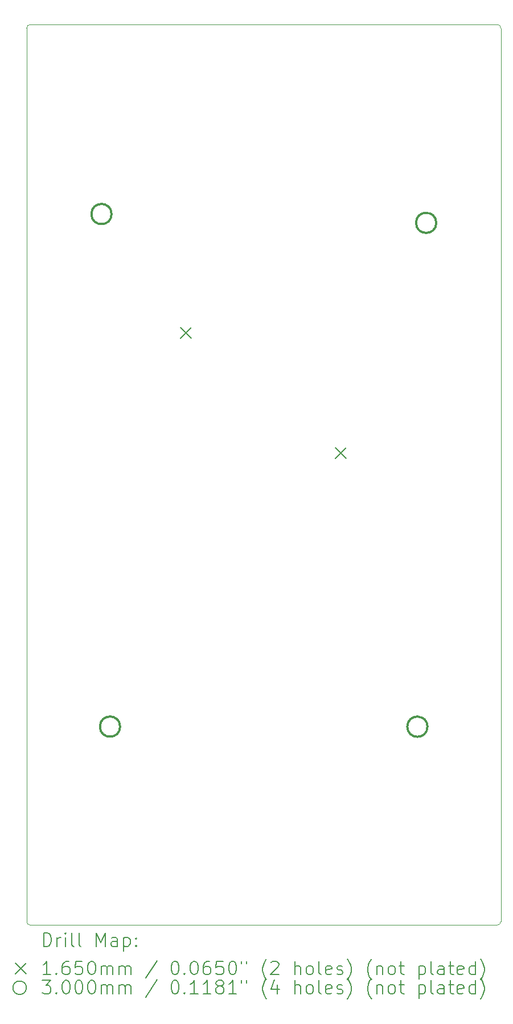
<source format=gbr>
%TF.GenerationSoftware,KiCad,Pcbnew,(6.0.8-1)-1*%
%TF.CreationDate,2022-10-19T14:42:34-05:00*%
%TF.ProjectId,NR1B-SQT56,4e523142-2d53-4515-9435-362e6b696361,rev?*%
%TF.SameCoordinates,Original*%
%TF.FileFunction,Drillmap*%
%TF.FilePolarity,Positive*%
%FSLAX45Y45*%
G04 Gerber Fmt 4.5, Leading zero omitted, Abs format (unit mm)*
G04 Created by KiCad (PCBNEW (6.0.8-1)-1) date 2022-10-19 14:42:34*
%MOMM*%
%LPD*%
G01*
G04 APERTURE LIST*
%ADD10C,0.100000*%
%ADD11C,0.200000*%
%ADD12C,0.165000*%
%ADD13C,0.300000*%
G04 APERTURE END LIST*
D10*
X13099997Y-4407000D02*
G75*
G03*
X13047000Y-4351000I-53697J2260D01*
G01*
X13045000Y-17741000D02*
G75*
G03*
X13100000Y-17686000I0J55000D01*
G01*
X13100000Y-4407000D02*
X13100000Y-17686000D01*
X6050001Y-17686000D02*
G75*
G03*
X6103000Y-17741000I53699J-1290D01*
G01*
X6105000Y-4351000D02*
G75*
G03*
X6050000Y-4406000I0J-55000D01*
G01*
X6105000Y-4351000D02*
X13047000Y-4351000D01*
X6050000Y-4406000D02*
X6050000Y-17686000D01*
X13045000Y-17741000D02*
X6103000Y-17741000D01*
D11*
D12*
X8335926Y-8854926D02*
X8500926Y-9019926D01*
X8500926Y-8854926D02*
X8335926Y-9019926D01*
X10635926Y-10639926D02*
X10800926Y-10804926D01*
X10800926Y-10639926D02*
X10635926Y-10804926D01*
D13*
X7312000Y-7169000D02*
G75*
G03*
X7312000Y-7169000I-150000J0D01*
G01*
X7439000Y-14789000D02*
G75*
G03*
X7439000Y-14789000I-150000J0D01*
G01*
X12010000Y-14790000D02*
G75*
G03*
X12010000Y-14790000I-150000J0D01*
G01*
X12140000Y-7300000D02*
G75*
G03*
X12140000Y-7300000I-150000J0D01*
G01*
D11*
X6302604Y-18056476D02*
X6302604Y-17856476D01*
X6350223Y-17856476D01*
X6378795Y-17866000D01*
X6397842Y-17885048D01*
X6407366Y-17904095D01*
X6416890Y-17942190D01*
X6416890Y-17970762D01*
X6407366Y-18008857D01*
X6397842Y-18027905D01*
X6378795Y-18046952D01*
X6350223Y-18056476D01*
X6302604Y-18056476D01*
X6502604Y-18056476D02*
X6502604Y-17923143D01*
X6502604Y-17961238D02*
X6512128Y-17942190D01*
X6521652Y-17932667D01*
X6540700Y-17923143D01*
X6559747Y-17923143D01*
X6626414Y-18056476D02*
X6626414Y-17923143D01*
X6626414Y-17856476D02*
X6616890Y-17866000D01*
X6626414Y-17875524D01*
X6635938Y-17866000D01*
X6626414Y-17856476D01*
X6626414Y-17875524D01*
X6750223Y-18056476D02*
X6731176Y-18046952D01*
X6721652Y-18027905D01*
X6721652Y-17856476D01*
X6854985Y-18056476D02*
X6835938Y-18046952D01*
X6826414Y-18027905D01*
X6826414Y-17856476D01*
X7083557Y-18056476D02*
X7083557Y-17856476D01*
X7150223Y-17999333D01*
X7216890Y-17856476D01*
X7216890Y-18056476D01*
X7397842Y-18056476D02*
X7397842Y-17951714D01*
X7388319Y-17932667D01*
X7369271Y-17923143D01*
X7331176Y-17923143D01*
X7312128Y-17932667D01*
X7397842Y-18046952D02*
X7378795Y-18056476D01*
X7331176Y-18056476D01*
X7312128Y-18046952D01*
X7302604Y-18027905D01*
X7302604Y-18008857D01*
X7312128Y-17989810D01*
X7331176Y-17980286D01*
X7378795Y-17980286D01*
X7397842Y-17970762D01*
X7493081Y-17923143D02*
X7493081Y-18123143D01*
X7493081Y-17932667D02*
X7512128Y-17923143D01*
X7550223Y-17923143D01*
X7569271Y-17932667D01*
X7578795Y-17942190D01*
X7588319Y-17961238D01*
X7588319Y-18018381D01*
X7578795Y-18037429D01*
X7569271Y-18046952D01*
X7550223Y-18056476D01*
X7512128Y-18056476D01*
X7493081Y-18046952D01*
X7674033Y-18037429D02*
X7683557Y-18046952D01*
X7674033Y-18056476D01*
X7664509Y-18046952D01*
X7674033Y-18037429D01*
X7674033Y-18056476D01*
X7674033Y-17932667D02*
X7683557Y-17942190D01*
X7674033Y-17951714D01*
X7664509Y-17942190D01*
X7674033Y-17932667D01*
X7674033Y-17951714D01*
D12*
X5879985Y-18303500D02*
X6044985Y-18468500D01*
X6044985Y-18303500D02*
X5879985Y-18468500D01*
D11*
X6407366Y-18476476D02*
X6293081Y-18476476D01*
X6350223Y-18476476D02*
X6350223Y-18276476D01*
X6331176Y-18305048D01*
X6312128Y-18324095D01*
X6293081Y-18333619D01*
X6493081Y-18457429D02*
X6502604Y-18466952D01*
X6493081Y-18476476D01*
X6483557Y-18466952D01*
X6493081Y-18457429D01*
X6493081Y-18476476D01*
X6674033Y-18276476D02*
X6635938Y-18276476D01*
X6616890Y-18286000D01*
X6607366Y-18295524D01*
X6588319Y-18324095D01*
X6578795Y-18362190D01*
X6578795Y-18438381D01*
X6588319Y-18457429D01*
X6597842Y-18466952D01*
X6616890Y-18476476D01*
X6654985Y-18476476D01*
X6674033Y-18466952D01*
X6683557Y-18457429D01*
X6693081Y-18438381D01*
X6693081Y-18390762D01*
X6683557Y-18371714D01*
X6674033Y-18362190D01*
X6654985Y-18352667D01*
X6616890Y-18352667D01*
X6597842Y-18362190D01*
X6588319Y-18371714D01*
X6578795Y-18390762D01*
X6874033Y-18276476D02*
X6778795Y-18276476D01*
X6769271Y-18371714D01*
X6778795Y-18362190D01*
X6797842Y-18352667D01*
X6845461Y-18352667D01*
X6864509Y-18362190D01*
X6874033Y-18371714D01*
X6883557Y-18390762D01*
X6883557Y-18438381D01*
X6874033Y-18457429D01*
X6864509Y-18466952D01*
X6845461Y-18476476D01*
X6797842Y-18476476D01*
X6778795Y-18466952D01*
X6769271Y-18457429D01*
X7007366Y-18276476D02*
X7026414Y-18276476D01*
X7045461Y-18286000D01*
X7054985Y-18295524D01*
X7064509Y-18314571D01*
X7074033Y-18352667D01*
X7074033Y-18400286D01*
X7064509Y-18438381D01*
X7054985Y-18457429D01*
X7045461Y-18466952D01*
X7026414Y-18476476D01*
X7007366Y-18476476D01*
X6988319Y-18466952D01*
X6978795Y-18457429D01*
X6969271Y-18438381D01*
X6959747Y-18400286D01*
X6959747Y-18352667D01*
X6969271Y-18314571D01*
X6978795Y-18295524D01*
X6988319Y-18286000D01*
X7007366Y-18276476D01*
X7159747Y-18476476D02*
X7159747Y-18343143D01*
X7159747Y-18362190D02*
X7169271Y-18352667D01*
X7188319Y-18343143D01*
X7216890Y-18343143D01*
X7235938Y-18352667D01*
X7245461Y-18371714D01*
X7245461Y-18476476D01*
X7245461Y-18371714D02*
X7254985Y-18352667D01*
X7274033Y-18343143D01*
X7302604Y-18343143D01*
X7321652Y-18352667D01*
X7331176Y-18371714D01*
X7331176Y-18476476D01*
X7426414Y-18476476D02*
X7426414Y-18343143D01*
X7426414Y-18362190D02*
X7435938Y-18352667D01*
X7454985Y-18343143D01*
X7483557Y-18343143D01*
X7502604Y-18352667D01*
X7512128Y-18371714D01*
X7512128Y-18476476D01*
X7512128Y-18371714D02*
X7521652Y-18352667D01*
X7540700Y-18343143D01*
X7569271Y-18343143D01*
X7588319Y-18352667D01*
X7597842Y-18371714D01*
X7597842Y-18476476D01*
X7988319Y-18266952D02*
X7816890Y-18524095D01*
X8245461Y-18276476D02*
X8264509Y-18276476D01*
X8283557Y-18286000D01*
X8293081Y-18295524D01*
X8302604Y-18314571D01*
X8312128Y-18352667D01*
X8312128Y-18400286D01*
X8302604Y-18438381D01*
X8293081Y-18457429D01*
X8283557Y-18466952D01*
X8264509Y-18476476D01*
X8245461Y-18476476D01*
X8226414Y-18466952D01*
X8216890Y-18457429D01*
X8207366Y-18438381D01*
X8197842Y-18400286D01*
X8197842Y-18352667D01*
X8207366Y-18314571D01*
X8216890Y-18295524D01*
X8226414Y-18286000D01*
X8245461Y-18276476D01*
X8397843Y-18457429D02*
X8407366Y-18466952D01*
X8397843Y-18476476D01*
X8388319Y-18466952D01*
X8397843Y-18457429D01*
X8397843Y-18476476D01*
X8531176Y-18276476D02*
X8550223Y-18276476D01*
X8569271Y-18286000D01*
X8578795Y-18295524D01*
X8588319Y-18314571D01*
X8597843Y-18352667D01*
X8597843Y-18400286D01*
X8588319Y-18438381D01*
X8578795Y-18457429D01*
X8569271Y-18466952D01*
X8550223Y-18476476D01*
X8531176Y-18476476D01*
X8512128Y-18466952D01*
X8502604Y-18457429D01*
X8493081Y-18438381D01*
X8483557Y-18400286D01*
X8483557Y-18352667D01*
X8493081Y-18314571D01*
X8502604Y-18295524D01*
X8512128Y-18286000D01*
X8531176Y-18276476D01*
X8769271Y-18276476D02*
X8731176Y-18276476D01*
X8712128Y-18286000D01*
X8702604Y-18295524D01*
X8683557Y-18324095D01*
X8674033Y-18362190D01*
X8674033Y-18438381D01*
X8683557Y-18457429D01*
X8693081Y-18466952D01*
X8712128Y-18476476D01*
X8750223Y-18476476D01*
X8769271Y-18466952D01*
X8778795Y-18457429D01*
X8788319Y-18438381D01*
X8788319Y-18390762D01*
X8778795Y-18371714D01*
X8769271Y-18362190D01*
X8750223Y-18352667D01*
X8712128Y-18352667D01*
X8693081Y-18362190D01*
X8683557Y-18371714D01*
X8674033Y-18390762D01*
X8969271Y-18276476D02*
X8874033Y-18276476D01*
X8864509Y-18371714D01*
X8874033Y-18362190D01*
X8893081Y-18352667D01*
X8940700Y-18352667D01*
X8959747Y-18362190D01*
X8969271Y-18371714D01*
X8978795Y-18390762D01*
X8978795Y-18438381D01*
X8969271Y-18457429D01*
X8959747Y-18466952D01*
X8940700Y-18476476D01*
X8893081Y-18476476D01*
X8874033Y-18466952D01*
X8864509Y-18457429D01*
X9102604Y-18276476D02*
X9121652Y-18276476D01*
X9140700Y-18286000D01*
X9150223Y-18295524D01*
X9159747Y-18314571D01*
X9169271Y-18352667D01*
X9169271Y-18400286D01*
X9159747Y-18438381D01*
X9150223Y-18457429D01*
X9140700Y-18466952D01*
X9121652Y-18476476D01*
X9102604Y-18476476D01*
X9083557Y-18466952D01*
X9074033Y-18457429D01*
X9064509Y-18438381D01*
X9054985Y-18400286D01*
X9054985Y-18352667D01*
X9064509Y-18314571D01*
X9074033Y-18295524D01*
X9083557Y-18286000D01*
X9102604Y-18276476D01*
X9245462Y-18276476D02*
X9245462Y-18314571D01*
X9321652Y-18276476D02*
X9321652Y-18314571D01*
X9616890Y-18552667D02*
X9607366Y-18543143D01*
X9588319Y-18514571D01*
X9578795Y-18495524D01*
X9569271Y-18466952D01*
X9559747Y-18419333D01*
X9559747Y-18381238D01*
X9569271Y-18333619D01*
X9578795Y-18305048D01*
X9588319Y-18286000D01*
X9607366Y-18257429D01*
X9616890Y-18247905D01*
X9683557Y-18295524D02*
X9693081Y-18286000D01*
X9712128Y-18276476D01*
X9759747Y-18276476D01*
X9778795Y-18286000D01*
X9788319Y-18295524D01*
X9797843Y-18314571D01*
X9797843Y-18333619D01*
X9788319Y-18362190D01*
X9674033Y-18476476D01*
X9797843Y-18476476D01*
X10035938Y-18476476D02*
X10035938Y-18276476D01*
X10121652Y-18476476D02*
X10121652Y-18371714D01*
X10112128Y-18352667D01*
X10093081Y-18343143D01*
X10064509Y-18343143D01*
X10045462Y-18352667D01*
X10035938Y-18362190D01*
X10245462Y-18476476D02*
X10226414Y-18466952D01*
X10216890Y-18457429D01*
X10207366Y-18438381D01*
X10207366Y-18381238D01*
X10216890Y-18362190D01*
X10226414Y-18352667D01*
X10245462Y-18343143D01*
X10274033Y-18343143D01*
X10293081Y-18352667D01*
X10302604Y-18362190D01*
X10312128Y-18381238D01*
X10312128Y-18438381D01*
X10302604Y-18457429D01*
X10293081Y-18466952D01*
X10274033Y-18476476D01*
X10245462Y-18476476D01*
X10426414Y-18476476D02*
X10407366Y-18466952D01*
X10397843Y-18447905D01*
X10397843Y-18276476D01*
X10578795Y-18466952D02*
X10559747Y-18476476D01*
X10521652Y-18476476D01*
X10502604Y-18466952D01*
X10493081Y-18447905D01*
X10493081Y-18371714D01*
X10502604Y-18352667D01*
X10521652Y-18343143D01*
X10559747Y-18343143D01*
X10578795Y-18352667D01*
X10588319Y-18371714D01*
X10588319Y-18390762D01*
X10493081Y-18409810D01*
X10664509Y-18466952D02*
X10683557Y-18476476D01*
X10721652Y-18476476D01*
X10740700Y-18466952D01*
X10750223Y-18447905D01*
X10750223Y-18438381D01*
X10740700Y-18419333D01*
X10721652Y-18409810D01*
X10693081Y-18409810D01*
X10674033Y-18400286D01*
X10664509Y-18381238D01*
X10664509Y-18371714D01*
X10674033Y-18352667D01*
X10693081Y-18343143D01*
X10721652Y-18343143D01*
X10740700Y-18352667D01*
X10816890Y-18552667D02*
X10826414Y-18543143D01*
X10845462Y-18514571D01*
X10854985Y-18495524D01*
X10864509Y-18466952D01*
X10874033Y-18419333D01*
X10874033Y-18381238D01*
X10864509Y-18333619D01*
X10854985Y-18305048D01*
X10845462Y-18286000D01*
X10826414Y-18257429D01*
X10816890Y-18247905D01*
X11178795Y-18552667D02*
X11169271Y-18543143D01*
X11150223Y-18514571D01*
X11140700Y-18495524D01*
X11131176Y-18466952D01*
X11121652Y-18419333D01*
X11121652Y-18381238D01*
X11131176Y-18333619D01*
X11140700Y-18305048D01*
X11150223Y-18286000D01*
X11169271Y-18257429D01*
X11178795Y-18247905D01*
X11254985Y-18343143D02*
X11254985Y-18476476D01*
X11254985Y-18362190D02*
X11264509Y-18352667D01*
X11283557Y-18343143D01*
X11312128Y-18343143D01*
X11331176Y-18352667D01*
X11340700Y-18371714D01*
X11340700Y-18476476D01*
X11464509Y-18476476D02*
X11445461Y-18466952D01*
X11435938Y-18457429D01*
X11426414Y-18438381D01*
X11426414Y-18381238D01*
X11435938Y-18362190D01*
X11445461Y-18352667D01*
X11464509Y-18343143D01*
X11493081Y-18343143D01*
X11512128Y-18352667D01*
X11521652Y-18362190D01*
X11531176Y-18381238D01*
X11531176Y-18438381D01*
X11521652Y-18457429D01*
X11512128Y-18466952D01*
X11493081Y-18476476D01*
X11464509Y-18476476D01*
X11588319Y-18343143D02*
X11664509Y-18343143D01*
X11616890Y-18276476D02*
X11616890Y-18447905D01*
X11626414Y-18466952D01*
X11645461Y-18476476D01*
X11664509Y-18476476D01*
X11883557Y-18343143D02*
X11883557Y-18543143D01*
X11883557Y-18352667D02*
X11902604Y-18343143D01*
X11940700Y-18343143D01*
X11959747Y-18352667D01*
X11969271Y-18362190D01*
X11978795Y-18381238D01*
X11978795Y-18438381D01*
X11969271Y-18457429D01*
X11959747Y-18466952D01*
X11940700Y-18476476D01*
X11902604Y-18476476D01*
X11883557Y-18466952D01*
X12093081Y-18476476D02*
X12074033Y-18466952D01*
X12064509Y-18447905D01*
X12064509Y-18276476D01*
X12254985Y-18476476D02*
X12254985Y-18371714D01*
X12245461Y-18352667D01*
X12226414Y-18343143D01*
X12188319Y-18343143D01*
X12169271Y-18352667D01*
X12254985Y-18466952D02*
X12235938Y-18476476D01*
X12188319Y-18476476D01*
X12169271Y-18466952D01*
X12159747Y-18447905D01*
X12159747Y-18428857D01*
X12169271Y-18409810D01*
X12188319Y-18400286D01*
X12235938Y-18400286D01*
X12254985Y-18390762D01*
X12321652Y-18343143D02*
X12397842Y-18343143D01*
X12350223Y-18276476D02*
X12350223Y-18447905D01*
X12359747Y-18466952D01*
X12378795Y-18476476D01*
X12397842Y-18476476D01*
X12540700Y-18466952D02*
X12521652Y-18476476D01*
X12483557Y-18476476D01*
X12464509Y-18466952D01*
X12454985Y-18447905D01*
X12454985Y-18371714D01*
X12464509Y-18352667D01*
X12483557Y-18343143D01*
X12521652Y-18343143D01*
X12540700Y-18352667D01*
X12550223Y-18371714D01*
X12550223Y-18390762D01*
X12454985Y-18409810D01*
X12721652Y-18476476D02*
X12721652Y-18276476D01*
X12721652Y-18466952D02*
X12702604Y-18476476D01*
X12664509Y-18476476D01*
X12645461Y-18466952D01*
X12635938Y-18457429D01*
X12626414Y-18438381D01*
X12626414Y-18381238D01*
X12635938Y-18362190D01*
X12645461Y-18352667D01*
X12664509Y-18343143D01*
X12702604Y-18343143D01*
X12721652Y-18352667D01*
X12797842Y-18552667D02*
X12807366Y-18543143D01*
X12826414Y-18514571D01*
X12835938Y-18495524D01*
X12845461Y-18466952D01*
X12854985Y-18419333D01*
X12854985Y-18381238D01*
X12845461Y-18333619D01*
X12835938Y-18305048D01*
X12826414Y-18286000D01*
X12807366Y-18257429D01*
X12797842Y-18247905D01*
X6044985Y-18671000D02*
G75*
G03*
X6044985Y-18671000I-100000J0D01*
G01*
X6283557Y-18561476D02*
X6407366Y-18561476D01*
X6340700Y-18637667D01*
X6369271Y-18637667D01*
X6388319Y-18647190D01*
X6397842Y-18656714D01*
X6407366Y-18675762D01*
X6407366Y-18723381D01*
X6397842Y-18742429D01*
X6388319Y-18751952D01*
X6369271Y-18761476D01*
X6312128Y-18761476D01*
X6293081Y-18751952D01*
X6283557Y-18742429D01*
X6493081Y-18742429D02*
X6502604Y-18751952D01*
X6493081Y-18761476D01*
X6483557Y-18751952D01*
X6493081Y-18742429D01*
X6493081Y-18761476D01*
X6626414Y-18561476D02*
X6645461Y-18561476D01*
X6664509Y-18571000D01*
X6674033Y-18580524D01*
X6683557Y-18599571D01*
X6693081Y-18637667D01*
X6693081Y-18685286D01*
X6683557Y-18723381D01*
X6674033Y-18742429D01*
X6664509Y-18751952D01*
X6645461Y-18761476D01*
X6626414Y-18761476D01*
X6607366Y-18751952D01*
X6597842Y-18742429D01*
X6588319Y-18723381D01*
X6578795Y-18685286D01*
X6578795Y-18637667D01*
X6588319Y-18599571D01*
X6597842Y-18580524D01*
X6607366Y-18571000D01*
X6626414Y-18561476D01*
X6816890Y-18561476D02*
X6835938Y-18561476D01*
X6854985Y-18571000D01*
X6864509Y-18580524D01*
X6874033Y-18599571D01*
X6883557Y-18637667D01*
X6883557Y-18685286D01*
X6874033Y-18723381D01*
X6864509Y-18742429D01*
X6854985Y-18751952D01*
X6835938Y-18761476D01*
X6816890Y-18761476D01*
X6797842Y-18751952D01*
X6788319Y-18742429D01*
X6778795Y-18723381D01*
X6769271Y-18685286D01*
X6769271Y-18637667D01*
X6778795Y-18599571D01*
X6788319Y-18580524D01*
X6797842Y-18571000D01*
X6816890Y-18561476D01*
X7007366Y-18561476D02*
X7026414Y-18561476D01*
X7045461Y-18571000D01*
X7054985Y-18580524D01*
X7064509Y-18599571D01*
X7074033Y-18637667D01*
X7074033Y-18685286D01*
X7064509Y-18723381D01*
X7054985Y-18742429D01*
X7045461Y-18751952D01*
X7026414Y-18761476D01*
X7007366Y-18761476D01*
X6988319Y-18751952D01*
X6978795Y-18742429D01*
X6969271Y-18723381D01*
X6959747Y-18685286D01*
X6959747Y-18637667D01*
X6969271Y-18599571D01*
X6978795Y-18580524D01*
X6988319Y-18571000D01*
X7007366Y-18561476D01*
X7159747Y-18761476D02*
X7159747Y-18628143D01*
X7159747Y-18647190D02*
X7169271Y-18637667D01*
X7188319Y-18628143D01*
X7216890Y-18628143D01*
X7235938Y-18637667D01*
X7245461Y-18656714D01*
X7245461Y-18761476D01*
X7245461Y-18656714D02*
X7254985Y-18637667D01*
X7274033Y-18628143D01*
X7302604Y-18628143D01*
X7321652Y-18637667D01*
X7331176Y-18656714D01*
X7331176Y-18761476D01*
X7426414Y-18761476D02*
X7426414Y-18628143D01*
X7426414Y-18647190D02*
X7435938Y-18637667D01*
X7454985Y-18628143D01*
X7483557Y-18628143D01*
X7502604Y-18637667D01*
X7512128Y-18656714D01*
X7512128Y-18761476D01*
X7512128Y-18656714D02*
X7521652Y-18637667D01*
X7540700Y-18628143D01*
X7569271Y-18628143D01*
X7588319Y-18637667D01*
X7597842Y-18656714D01*
X7597842Y-18761476D01*
X7988319Y-18551952D02*
X7816890Y-18809095D01*
X8245461Y-18561476D02*
X8264509Y-18561476D01*
X8283557Y-18571000D01*
X8293081Y-18580524D01*
X8302604Y-18599571D01*
X8312128Y-18637667D01*
X8312128Y-18685286D01*
X8302604Y-18723381D01*
X8293081Y-18742429D01*
X8283557Y-18751952D01*
X8264509Y-18761476D01*
X8245461Y-18761476D01*
X8226414Y-18751952D01*
X8216890Y-18742429D01*
X8207366Y-18723381D01*
X8197842Y-18685286D01*
X8197842Y-18637667D01*
X8207366Y-18599571D01*
X8216890Y-18580524D01*
X8226414Y-18571000D01*
X8245461Y-18561476D01*
X8397843Y-18742429D02*
X8407366Y-18751952D01*
X8397843Y-18761476D01*
X8388319Y-18751952D01*
X8397843Y-18742429D01*
X8397843Y-18761476D01*
X8597843Y-18761476D02*
X8483557Y-18761476D01*
X8540700Y-18761476D02*
X8540700Y-18561476D01*
X8521652Y-18590048D01*
X8502604Y-18609095D01*
X8483557Y-18618619D01*
X8788319Y-18761476D02*
X8674033Y-18761476D01*
X8731176Y-18761476D02*
X8731176Y-18561476D01*
X8712128Y-18590048D01*
X8693081Y-18609095D01*
X8674033Y-18618619D01*
X8902604Y-18647190D02*
X8883557Y-18637667D01*
X8874033Y-18628143D01*
X8864509Y-18609095D01*
X8864509Y-18599571D01*
X8874033Y-18580524D01*
X8883557Y-18571000D01*
X8902604Y-18561476D01*
X8940700Y-18561476D01*
X8959747Y-18571000D01*
X8969271Y-18580524D01*
X8978795Y-18599571D01*
X8978795Y-18609095D01*
X8969271Y-18628143D01*
X8959747Y-18637667D01*
X8940700Y-18647190D01*
X8902604Y-18647190D01*
X8883557Y-18656714D01*
X8874033Y-18666238D01*
X8864509Y-18685286D01*
X8864509Y-18723381D01*
X8874033Y-18742429D01*
X8883557Y-18751952D01*
X8902604Y-18761476D01*
X8940700Y-18761476D01*
X8959747Y-18751952D01*
X8969271Y-18742429D01*
X8978795Y-18723381D01*
X8978795Y-18685286D01*
X8969271Y-18666238D01*
X8959747Y-18656714D01*
X8940700Y-18647190D01*
X9169271Y-18761476D02*
X9054985Y-18761476D01*
X9112128Y-18761476D02*
X9112128Y-18561476D01*
X9093081Y-18590048D01*
X9074033Y-18609095D01*
X9054985Y-18618619D01*
X9245462Y-18561476D02*
X9245462Y-18599571D01*
X9321652Y-18561476D02*
X9321652Y-18599571D01*
X9616890Y-18837667D02*
X9607366Y-18828143D01*
X9588319Y-18799571D01*
X9578795Y-18780524D01*
X9569271Y-18751952D01*
X9559747Y-18704333D01*
X9559747Y-18666238D01*
X9569271Y-18618619D01*
X9578795Y-18590048D01*
X9588319Y-18571000D01*
X9607366Y-18542429D01*
X9616890Y-18532905D01*
X9778795Y-18628143D02*
X9778795Y-18761476D01*
X9731176Y-18551952D02*
X9683557Y-18694810D01*
X9807366Y-18694810D01*
X10035938Y-18761476D02*
X10035938Y-18561476D01*
X10121652Y-18761476D02*
X10121652Y-18656714D01*
X10112128Y-18637667D01*
X10093081Y-18628143D01*
X10064509Y-18628143D01*
X10045462Y-18637667D01*
X10035938Y-18647190D01*
X10245462Y-18761476D02*
X10226414Y-18751952D01*
X10216890Y-18742429D01*
X10207366Y-18723381D01*
X10207366Y-18666238D01*
X10216890Y-18647190D01*
X10226414Y-18637667D01*
X10245462Y-18628143D01*
X10274033Y-18628143D01*
X10293081Y-18637667D01*
X10302604Y-18647190D01*
X10312128Y-18666238D01*
X10312128Y-18723381D01*
X10302604Y-18742429D01*
X10293081Y-18751952D01*
X10274033Y-18761476D01*
X10245462Y-18761476D01*
X10426414Y-18761476D02*
X10407366Y-18751952D01*
X10397843Y-18732905D01*
X10397843Y-18561476D01*
X10578795Y-18751952D02*
X10559747Y-18761476D01*
X10521652Y-18761476D01*
X10502604Y-18751952D01*
X10493081Y-18732905D01*
X10493081Y-18656714D01*
X10502604Y-18637667D01*
X10521652Y-18628143D01*
X10559747Y-18628143D01*
X10578795Y-18637667D01*
X10588319Y-18656714D01*
X10588319Y-18675762D01*
X10493081Y-18694810D01*
X10664509Y-18751952D02*
X10683557Y-18761476D01*
X10721652Y-18761476D01*
X10740700Y-18751952D01*
X10750223Y-18732905D01*
X10750223Y-18723381D01*
X10740700Y-18704333D01*
X10721652Y-18694810D01*
X10693081Y-18694810D01*
X10674033Y-18685286D01*
X10664509Y-18666238D01*
X10664509Y-18656714D01*
X10674033Y-18637667D01*
X10693081Y-18628143D01*
X10721652Y-18628143D01*
X10740700Y-18637667D01*
X10816890Y-18837667D02*
X10826414Y-18828143D01*
X10845462Y-18799571D01*
X10854985Y-18780524D01*
X10864509Y-18751952D01*
X10874033Y-18704333D01*
X10874033Y-18666238D01*
X10864509Y-18618619D01*
X10854985Y-18590048D01*
X10845462Y-18571000D01*
X10826414Y-18542429D01*
X10816890Y-18532905D01*
X11178795Y-18837667D02*
X11169271Y-18828143D01*
X11150223Y-18799571D01*
X11140700Y-18780524D01*
X11131176Y-18751952D01*
X11121652Y-18704333D01*
X11121652Y-18666238D01*
X11131176Y-18618619D01*
X11140700Y-18590048D01*
X11150223Y-18571000D01*
X11169271Y-18542429D01*
X11178795Y-18532905D01*
X11254985Y-18628143D02*
X11254985Y-18761476D01*
X11254985Y-18647190D02*
X11264509Y-18637667D01*
X11283557Y-18628143D01*
X11312128Y-18628143D01*
X11331176Y-18637667D01*
X11340700Y-18656714D01*
X11340700Y-18761476D01*
X11464509Y-18761476D02*
X11445461Y-18751952D01*
X11435938Y-18742429D01*
X11426414Y-18723381D01*
X11426414Y-18666238D01*
X11435938Y-18647190D01*
X11445461Y-18637667D01*
X11464509Y-18628143D01*
X11493081Y-18628143D01*
X11512128Y-18637667D01*
X11521652Y-18647190D01*
X11531176Y-18666238D01*
X11531176Y-18723381D01*
X11521652Y-18742429D01*
X11512128Y-18751952D01*
X11493081Y-18761476D01*
X11464509Y-18761476D01*
X11588319Y-18628143D02*
X11664509Y-18628143D01*
X11616890Y-18561476D02*
X11616890Y-18732905D01*
X11626414Y-18751952D01*
X11645461Y-18761476D01*
X11664509Y-18761476D01*
X11883557Y-18628143D02*
X11883557Y-18828143D01*
X11883557Y-18637667D02*
X11902604Y-18628143D01*
X11940700Y-18628143D01*
X11959747Y-18637667D01*
X11969271Y-18647190D01*
X11978795Y-18666238D01*
X11978795Y-18723381D01*
X11969271Y-18742429D01*
X11959747Y-18751952D01*
X11940700Y-18761476D01*
X11902604Y-18761476D01*
X11883557Y-18751952D01*
X12093081Y-18761476D02*
X12074033Y-18751952D01*
X12064509Y-18732905D01*
X12064509Y-18561476D01*
X12254985Y-18761476D02*
X12254985Y-18656714D01*
X12245461Y-18637667D01*
X12226414Y-18628143D01*
X12188319Y-18628143D01*
X12169271Y-18637667D01*
X12254985Y-18751952D02*
X12235938Y-18761476D01*
X12188319Y-18761476D01*
X12169271Y-18751952D01*
X12159747Y-18732905D01*
X12159747Y-18713857D01*
X12169271Y-18694810D01*
X12188319Y-18685286D01*
X12235938Y-18685286D01*
X12254985Y-18675762D01*
X12321652Y-18628143D02*
X12397842Y-18628143D01*
X12350223Y-18561476D02*
X12350223Y-18732905D01*
X12359747Y-18751952D01*
X12378795Y-18761476D01*
X12397842Y-18761476D01*
X12540700Y-18751952D02*
X12521652Y-18761476D01*
X12483557Y-18761476D01*
X12464509Y-18751952D01*
X12454985Y-18732905D01*
X12454985Y-18656714D01*
X12464509Y-18637667D01*
X12483557Y-18628143D01*
X12521652Y-18628143D01*
X12540700Y-18637667D01*
X12550223Y-18656714D01*
X12550223Y-18675762D01*
X12454985Y-18694810D01*
X12721652Y-18761476D02*
X12721652Y-18561476D01*
X12721652Y-18751952D02*
X12702604Y-18761476D01*
X12664509Y-18761476D01*
X12645461Y-18751952D01*
X12635938Y-18742429D01*
X12626414Y-18723381D01*
X12626414Y-18666238D01*
X12635938Y-18647190D01*
X12645461Y-18637667D01*
X12664509Y-18628143D01*
X12702604Y-18628143D01*
X12721652Y-18637667D01*
X12797842Y-18837667D02*
X12807366Y-18828143D01*
X12826414Y-18799571D01*
X12835938Y-18780524D01*
X12845461Y-18751952D01*
X12854985Y-18704333D01*
X12854985Y-18666238D01*
X12845461Y-18618619D01*
X12835938Y-18590048D01*
X12826414Y-18571000D01*
X12807366Y-18542429D01*
X12797842Y-18532905D01*
M02*

</source>
